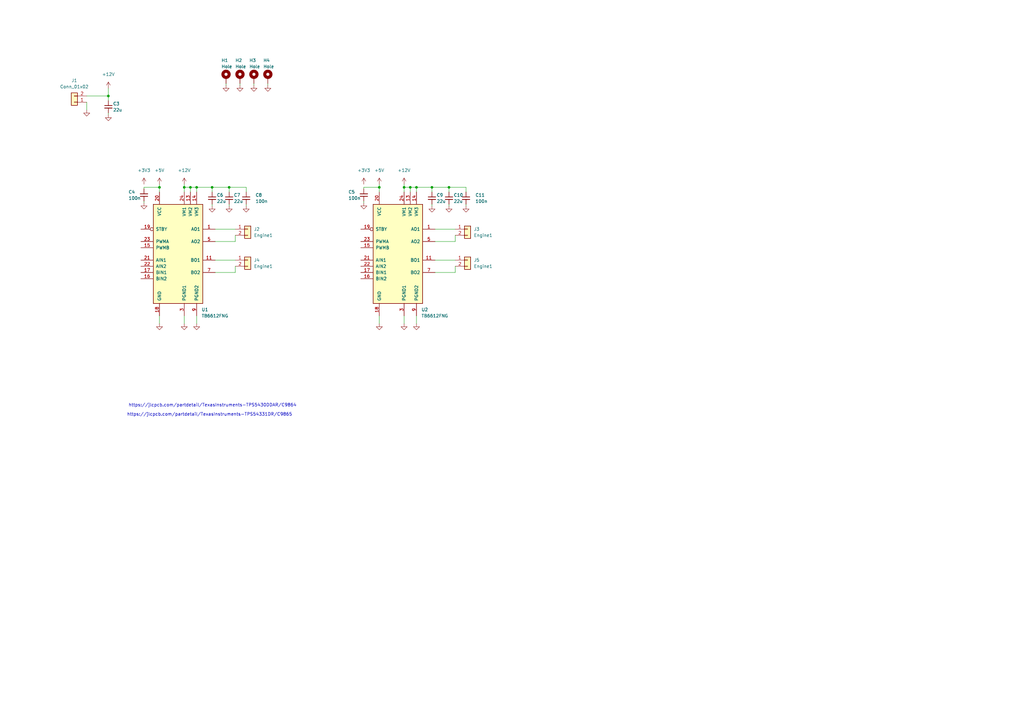
<source format=kicad_sch>
(kicad_sch (version 20211123) (generator eeschema)
  (paper "A3")
  (lib_symbols
    (symbol "Connector_Generic:Conn_01x02" (pin_names (offset 1.016) hide)
      (property "Reference" "J" (at 0 2.54 0))
      (property "Value" "Conn_01x02" (at 0 -5.08 0))
      (symbol "Conn_01x02_1_1"
        (rectangle (start -1.27 -2.413) (end 0 -2.667) (stroke (width 0.1524)))
        (rectangle (start -1.27 0.127) (end 0 -0.127) (stroke (width 0.1524)))
        (rectangle (start -1.27 1.27) (end 1.27 -3.81) (stroke (width 0.254)) (fill (type background)))
        (pin passive line (at -5.08 0 0) (length 3.81) (name "Pin_1") (number "1"))
        (pin passive line (at -5.08 -2.54 0) (length 3.81) (name "Pin_2") (number "2"))
      )
    )
    (symbol "Device:C_Small" (pin_numbers hide) (pin_names (offset 0.254) hide)
      (property "Reference" "C" (at 0.254 1.778 0))
      (property "Value" "C_Small" (at 0.254 -2.032 0))
      (symbol "C_Small_0_1"
        (polyline (pts (xy -1.524 -0.508) (xy 1.524 -0.508)) (stroke (width 0.3302)))
        (polyline (pts (xy -1.524 0.508) (xy 1.524 0.508)) (stroke (width 0.3048)))
      )
      (symbol "C_Small_1_1"
        (pin passive line (at 0 2.54 270) (length 2.032) (name "~") (number "1"))
        (pin passive line (at 0 -2.54 90) (length 2.032) (name "~") (number "2"))
      )
    )
    (symbol "Device:R_Small" (pin_numbers hide) (pin_names (offset 0.254) hide)
      (property "Reference" "R" (at 0.762 0.508 0))
      (property "Value" "R_Small" (at 0.762 -1.016 0))
      (symbol "R_Small_0_1"
        (rectangle (start -0.762 1.778) (end 0.762 -1.778) (stroke (width 0.2032)))
      )
      (symbol "R_Small_1_1"
        (pin passive line (at 0 2.54 270) (length 0.762) (name "~") (number "1"))
        (pin passive line (at 0 -2.54 90) (length 0.762) (name "~") (number "2"))
      )
    )
    (symbol "Driver_Motor:TB6612FNG" (pin_names (offset 1.016))
      (property "Reference" "U" (at 11.43 17.78 0))
      (property "Value" "TB6612FNG" (at 11.43 15.24 0))
      (symbol "TB6612FNG_0_1"
        (rectangle (start -10.16 20.32) (end 10.16 -20.32) (stroke (width 0.254)) (fill (type background)))
      )
      (symbol "TB6612FNG_1_1"
        (pin output line (at 15.24 10.16 180) (length 5.08) (name "AO1") (number "1"))
        (pin passive line (at 7.62 -25.4 90) (length 5.08) hide (name "PGND2") (number "10"))
        (pin output line (at 15.24 -2.54 180) (length 5.08) (name "BO1") (number "11"))
        (pin passive line (at 15.24 -2.54 180) (length 5.08) hide (name "BO1") (number "12"))
        (pin power_in line (at 5.08 25.4 270) (length 5.08) (name "VM2") (number "13"))
        (pin power_in line (at 7.62 25.4 270) (length 5.08) (name "VM3") (number "14"))
        (pin input line (at -15.24 2.54 0) (length 5.08) (name "PWMB") (number "15"))
        (pin input line (at -15.24 -10.16 0) (length 5.08) (name "BIN2") (number "16"))
        (pin input line (at -15.24 -7.62 0) (length 5.08) (name "BIN1") (number "17"))
        (pin power_in line (at -7.62 -25.4 90) (length 5.08) (name "GND") (number "18"))
        (pin input inverted (at -15.24 10.16 0) (length 5.08) (name "STBY") (number "19"))
        (pin passive line (at 15.24 10.16 180) (length 5.08) hide (name "AO1") (number "2"))
        (pin power_in line (at -7.62 25.4 270) (length 5.08) (name "VCC") (number "20"))
        (pin input line (at -15.24 -2.54 0) (length 5.08) (name "AIN1") (number "21"))
        (pin input line (at -15.24 -5.08 0) (length 5.08) (name "AIN2") (number "22"))
        (pin input line (at -15.24 5.08 0) (length 5.08) (name "PWMA") (number "23"))
        (pin power_in line (at 2.54 25.4 270) (length 5.08) (name "VM1") (number "24"))
        (pin power_in line (at 2.54 -25.4 90) (length 5.08) (name "PGND1") (number "3"))
        (pin passive line (at 2.54 -25.4 90) (length 5.08) hide (name "PGND1") (number "4"))
        (pin output line (at 15.24 5.08 180) (length 5.08) (name "AO2") (number "5"))
        (pin passive line (at 15.24 5.08 180) (length 5.08) hide (name "AO2") (number "6"))
        (pin output line (at 15.24 -7.62 180) (length 5.08) (name "BO2") (number "7"))
        (pin passive line (at 15.24 -7.62 180) (length 5.08) hide (name "BO2") (number "8"))
        (pin power_in line (at 7.62 -25.4 90) (length 5.08) (name "PGND2") (number "9"))
      )
    )
    (symbol "Mechanical:MountingHole_Pad" (pin_numbers hide) (pin_names (offset 1.016) hide)
      (property "Reference" "H" (at 0 6.35 0))
      (property "Value" "MountingHole_Pad" (at 0 4.445 0))
      (symbol "MountingHole_Pad_0_1"
        (circle (center 0 1.27) (radius 1.27) (stroke (width 1.27)))
      )
      (symbol "MountingHole_Pad_1_1"
        (pin input line (at 0 -2.54 90) (length 2.54) (name "1") (number "1"))
      )
    )
    (symbol "power:+12V" (power) (pin_names (offset 0))
      (property "Value" "+12V" (at 0 3.556 0))
      (symbol "+12V_0_1"
        (polyline (pts (xy -0.762 1.27) (xy 0 2.54)))
        (polyline (pts (xy 0 0) (xy 0 2.54)))
        (polyline (pts (xy 0 2.54) (xy 0.762 1.27)))
      )
      (symbol "+12V_1_1"
        (pin power_in line (at 0 0 90) (length 0) hide (name "+12V") (number "1"))
      )
    )
    (symbol "power:+3V3" (power) (pin_names (offset 0))
      (property "Value" "+3V3" (at 0 3.556 0))
      (symbol "+3V3_0_1"
        (polyline (pts (xy -0.762 1.27) (xy 0 2.54)))
        (polyline (pts (xy 0 0) (xy 0 2.54)))
        (polyline (pts (xy 0 2.54) (xy 0.762 1.27)))
      )
      (symbol "+3V3_1_1"
        (pin power_in line (at 0 0 90) (length 0) hide (name "+3V3") (number "1"))
      )
    )
    (symbol "power:+5V" (power) (pin_names (offset 0))
      (property "Value" "+5V" (at 0 3.556 0))
      (symbol "+5V_0_1"
        (polyline (pts (xy -0.762 1.27) (xy 0 2.54)))
        (polyline (pts (xy 0 0) (xy 0 2.54)))
        (polyline (pts (xy 0 2.54) (xy 0.762 1.27)))
      )
      (symbol "+5V_1_1"
        (pin power_in line (at 0 0 90) (length 0) hide (name "+5V") (number "1"))
      )
    )
    (symbol "power:GND" (power) (pin_names (offset 0))
      (property "Value" "GND" (at 0 -3.81 0))
      (symbol "GND_0_1"
        (polyline (pts (xy 0 0) (xy 0 -1.27) (xy 1.27 -1.27) (xy 0 -2.54) (xy -1.27 -1.27) (xy 0 -1.27)))
      )
      (symbol "GND_1_1"
        (pin power_in line (at 0 0 270) (length 0) hide (name "GND") (number "1"))
      )
    )
  )
  (junction (at 75.565 76.835))
  (junction (at 165.735 76.835))
  (junction (at 80.645 76.835))
  (junction (at 65.405 76.835))
  (junction (at 170.815 76.835))
  (junction (at 155.575 76.835))
  (junction (at 86.995 76.835))
  (junction (at 78.105 76.835))
  (junction (at 177.165 76.835))
  (junction (at 93.98 76.835))
  (junction (at 44.45 39.37))
  (junction (at 168.275 76.835))
  (junction (at 184.15 76.835))
  (wire (pts (xy 88.265 93.98) (xy 96.52 93.98)))
  (wire (pts (xy 93.98 76.835) (xy 100.965 76.835)))
  (wire (pts (xy 78.105 76.835) (xy 75.565 76.835)))
  (wire (pts (xy 80.645 78.74) (xy 80.645 76.835)))
  (wire (pts (xy 155.575 76.835) (xy 155.575 78.74)))
  (wire (pts (xy 184.15 83.82) (xy 184.15 84.455)))
  (wire (pts (xy 86.995 76.835) (xy 93.98 76.835)))
  (wire (pts (xy 59.055 76.835) (xy 65.405 76.835)))
  (wire (pts (xy 178.435 93.98) (xy 186.69 93.98)))
  (wire (pts (xy 93.98 78.74) (xy 93.98 76.835)))
  (wire (pts (xy 65.405 75.565) (xy 65.405 76.835)))
  (wire (pts (xy 88.265 106.68) (xy 96.52 106.68)))
  (wire (pts (xy 75.565 129.54) (xy 75.565 132.715)))
  (wire (pts (xy 35.56 41.91) (xy 35.56 45.085)))
  (wire (pts (xy 92.71 34.29) (xy 92.71 34.925)))
  (wire (pts (xy 186.69 96.52) (xy 186.69 99.06)))
  (wire (pts (xy 44.45 46.355) (xy 44.45 46.99)))
  (wire (pts (xy 168.275 76.835) (xy 165.735 76.835)))
  (wire (pts (xy 184.15 76.835) (xy 191.135 76.835)))
  (wire (pts (xy 109.855 34.29) (xy 109.855 34.925)))
  (wire (pts (xy 78.105 76.835) (xy 78.105 78.74)))
  (wire (pts (xy 86.995 76.835) (xy 86.995 78.74)))
  (wire (pts (xy 186.69 99.06) (xy 178.435 99.06)))
  (wire (pts (xy 177.165 83.82) (xy 177.165 84.455)))
  (wire (pts (xy 184.15 78.74) (xy 184.15 76.835)))
  (wire (pts (xy 149.225 76.835) (xy 155.575 76.835)))
  (wire (pts (xy 165.735 75.565) (xy 165.735 76.835)))
  (wire (pts (xy 177.165 76.835) (xy 184.15 76.835)))
  (wire (pts (xy 100.965 83.82) (xy 100.965 84.455)))
  (wire (pts (xy 96.52 109.22) (xy 96.52 111.76)))
  (wire (pts (xy 170.815 78.74) (xy 170.815 76.835)))
  (wire (pts (xy 104.14 34.29) (xy 104.14 34.925)))
  (wire (pts (xy 149.225 82.55) (xy 149.225 83.185)))
  (wire (pts (xy 59.055 77.47) (xy 59.055 76.835)))
  (wire (pts (xy 186.69 109.22) (xy 186.69 111.76)))
  (wire (pts (xy 78.105 76.835) (xy 80.645 76.835)))
  (wire (pts (xy 168.275 76.835) (xy 168.275 78.74)))
  (wire (pts (xy 178.435 106.68) (xy 186.69 106.68)))
  (wire (pts (xy 177.165 76.835) (xy 177.165 78.74)))
  (wire (pts (xy 149.225 77.47) (xy 149.225 76.835)))
  (wire (pts (xy 96.52 111.76) (xy 88.265 111.76)))
  (wire (pts (xy 191.135 83.82) (xy 191.135 84.455)))
  (wire (pts (xy 191.135 78.74) (xy 191.135 76.835)))
  (wire (pts (xy 80.645 76.835) (xy 86.995 76.835)))
  (wire (pts (xy 59.055 82.55) (xy 59.055 83.185)))
  (wire (pts (xy 44.45 36.195) (xy 44.45 39.37)))
  (wire (pts (xy 65.405 129.54) (xy 65.405 132.715)))
  (wire (pts (xy 170.815 129.54) (xy 170.815 132.715)))
  (wire (pts (xy 165.735 129.54) (xy 165.735 132.715)))
  (wire (pts (xy 35.56 39.37) (xy 44.45 39.37)))
  (wire (pts (xy 96.52 99.06) (xy 88.265 99.06)))
  (wire (pts (xy 86.995 83.82) (xy 86.995 84.455)))
  (wire (pts (xy 98.425 34.29) (xy 98.425 34.925)))
  (wire (pts (xy 75.565 75.565) (xy 75.565 76.835)))
  (wire (pts (xy 165.735 76.835) (xy 165.735 78.74)))
  (wire (pts (xy 75.565 76.835) (xy 75.565 78.74)))
  (wire (pts (xy 96.52 96.52) (xy 96.52 99.06)))
  (wire (pts (xy 155.575 75.565) (xy 155.575 76.835)))
  (wire (pts (xy 65.405 76.835) (xy 65.405 78.74)))
  (wire (pts (xy 168.275 76.835) (xy 170.815 76.835)))
  (wire (pts (xy 44.45 39.37) (xy 44.45 41.275)))
  (wire (pts (xy 186.69 111.76) (xy 178.435 111.76)))
  (wire (pts (xy 93.98 83.82) (xy 93.98 84.455)))
  (wire (pts (xy 80.645 129.54) (xy 80.645 132.715)))
  (wire (pts (xy 155.575 129.54) (xy 155.575 132.715)))
  (wire (pts (xy 100.965 78.74) (xy 100.965 76.835)))
  (wire (pts (xy 170.815 76.835) (xy 177.165 76.835)))
  (text "https://jlcpcb.com/partdetail/TexasInstruments-TPS5430DDAR/C9864" (at 52.705 167.005 0) (effects (font (size 1.27 1.27)) (justify left bottom)))
  (text "https://jlcpcb.com/partdetail/TexasInstruments-TPS54331DR/C9865" (at 52.07 170.815 0) (effects (font (size 1.27 1.27)) (justify left bottom)))
  (symbol (lib_id "power:GND") (at 80.645 132.715 0) (unit 1)
    (property "Reference" "#PWR024" (effects hide))
    (property "Value" "GND" (effects hide))
  )
  (symbol (lib_id "power:GND") (at 98.425 34.925 0) (unit 1)
    (property "Reference" "#PWR02" (effects hide))
    (property "Value" "GND" (effects hide))
  )
  (symbol (lib_id "Device:R_Small") (at -29.21 20.32 0) (unit 1)
    (property "Reference" "R1" (at -25.4 19.0499 0) (effects (justify left)))
    (property "Value" "R_Small" (at -25.4 21.5899 0) (effects (justify left)))
  )
  (symbol (lib_id "Device:C_Small") (at 93.98 81.28 0) (unit 1)
    (property "Reference" "C7" (at 95.885 80.01 0) (effects (justify left)))
    (property "Value" "22u" (at 95.885 82.55 0) (effects (justify left)))
    (property "Footprint" "Capacitor_SMD:C_0805_2012Metric" (effects hide))
    (property "Datasheet" "https://jlcpcb.com/partdetail/46786-CL21A226MAQNNNE/C45783" (effects hide))
    (property "LCSC" "C45783" (effects hide))
  )
  (symbol (lib_id "Device:C_Small") (at -15.24 19.685 0) (unit 1)
    (property "Reference" "C1" (at -11.43 18.4212 0) (effects (justify left)))
    (property "Value" "C_Small" (at -11.43 20.9612 0) (effects (justify left)))
  )
  (symbol (lib_id "power:+12V") (at 165.735 75.565 0) (unit 1)
    (property "Reference" "#PWR013" (effects hide))
    (property "Value" "+12V" (at 165.735 69.85 0))
  )
  (symbol (lib_id "Driver_Motor:TB6612FNG") (at 163.195 104.14 0) (unit 1)
    (property "Reference" "U2" (at 172.8344 127 0) (effects (justify left)))
    (property "Value" "TB6612FNG" (at 172.8344 129.54 0) (effects (justify left)))
    (property "Footprint" "Package_SO:SSOP-24_5.3x8.2mm_P0.65mm" (effects hide))
    (property "Datasheet" "https://toshiba.semicon-storage.com/us/product/linear/motordriver/detail.TB6612FNG.html" (effects hide))
    (property "LCSC" "C88224" (effects hide))
  )
  (symbol (lib_id "Mechanical:MountingHole_Pad") (at 98.425 31.75 0) (unit 1) (in_bom no)
    (property "Reference" "H2" (at 96.52 24.765 0) (effects (justify left)))
    (property "Value" "Hole" (at 96.52 27.305 0) (effects (justify left)))
    (property "Footprint" "MountingHole:MountingHole_4.3mm_M4_DIN965_Pad_TopBottom" (effects hide))
  )
  (symbol (lib_id "Device:C_Small") (at 191.135 81.28 0) (unit 1)
    (property "Reference" "C11" (at 194.945 80.0162 0) (effects (justify left)))
    (property "Value" "100n" (at 194.945 82.5562 0) (effects (justify left)))
    (property "Footprint" "Capacitor_SMD:C_0603_1608Metric" (effects hide))
    (property "Datasheet" "https://jlcpcb.com/partdetail/Yageo-CC0603KRX7R9BB104/C14663" (effects hide))
    (property "LCSC" "C14663" (effects hide))
  )
  (symbol (lib_id "power:GND") (at 86.995 84.455 0) (unit 1)
    (property "Reference" "#PWR016" (effects hide))
    (property "Value" "GND" (effects hide))
  )
  (symbol (lib_id "Connector_Generic:Conn_01x02") (at 191.77 106.68 0) (unit 1)
    (property "Reference" "J5" (at 194.31 106.6799 0) (effects (justify left)))
    (property "Value" "Engine1" (at 194.31 109.2199 0) (effects (justify left)))
  )
  (symbol (lib_id "Device:C_Small") (at 149.225 80.01 180) (unit 1)
    (property "Reference" "C5" (at 142.875 78.74 0) (effects (justify right)))
    (property "Value" "100n" (at 142.875 81.28 0) (effects (justify right)))
    (property "Footprint" "Capacitor_SMD:C_0603_1608Metric" (effects hide))
    (property "Datasheet" "https://jlcpcb.com/partdetail/Yageo-CC0603KRX7R9BB104/C14663" (effects hide))
    (property "LCSC" "C14663" (effects hide))
  )
  (symbol (lib_id "power:GND") (at 35.56 45.085 0) (unit 1)
    (property "Reference" "#PWR06" (effects hide))
    (property "Value" "GND" (effects hide))
  )
  (symbol (lib_id "power:GND") (at 75.565 132.715 0) (unit 1)
    (property "Reference" "#PWR023" (effects hide))
    (property "Value" "GND" (effects hide))
  )
  (symbol (lib_id "power:GND") (at 100.965 84.455 0) (unit 1)
    (property "Reference" "#PWR018" (effects hide))
    (property "Value" "GND" (effects hide))
  )
  (symbol (lib_id "power:GND") (at 165.735 132.715 0) (unit 1)
    (property "Reference" "#PWR026" (effects hide))
    (property "Value" "GND" (effects hide))
  )
  (symbol (lib_id "power:GND") (at 149.225 83.185 0) (unit 1)
    (property "Reference" "#PWR015" (effects hide))
    (property "Value" "GND" (effects hide))
  )
  (symbol (lib_id "power:GND") (at 177.165 84.455 0) (unit 1)
    (property "Reference" "#PWR019" (effects hide))
    (property "Value" "GND" (effects hide))
  )
  (symbol (lib_id "power:GND") (at 44.45 46.99 0) (unit 1)
    (property "Reference" "#PWR07" (effects hide))
    (property "Value" "GND" (effects hide))
  )
  (symbol (lib_id "power:+3V3") (at 59.055 75.565 0) (unit 1)
    (property "Reference" "#PWR08" (effects hide))
    (property "Value" "+3V3" (at 59.055 69.85 0))
  )
  (symbol (lib_id "Driver_Motor:TB6612FNG") (at 73.025 104.14 0) (unit 1)
    (property "Reference" "U1" (at 82.6644 127 0) (effects (justify left)))
    (property "Value" "TB6612FNG" (at 82.6644 129.54 0) (effects (justify left)))
    (property "Footprint" "Package_SO:SSOP-24_5.3x8.2mm_P0.65mm" (effects hide))
    (property "Datasheet" "https://toshiba.semicon-storage.com/us/product/linear/motordriver/detail.TB6612FNG.html" (effects hide))
    (property "LCSC" "C88224" (effects hide))
  )
  (symbol (lib_id "power:GND") (at 184.15 84.455 0) (unit 1)
    (property "Reference" "#PWR020" (effects hide))
    (property "Value" "GND" (effects hide))
  )
  (symbol (lib_id "power:GND") (at 104.14 34.925 0) (unit 1)
    (property "Reference" "#PWR03" (effects hide))
    (property "Value" "GND" (effects hide))
  )
  (symbol (lib_id "Device:C_Small") (at 59.055 80.01 180) (unit 1)
    (property "Reference" "C4" (at 52.705 78.74 0) (effects (justify right)))
    (property "Value" "100n" (at 52.705 81.28 0) (effects (justify right)))
    (property "Footprint" "Capacitor_SMD:C_0603_1608Metric" (effects hide))
    (property "Datasheet" "https://jlcpcb.com/partdetail/Yageo-CC0603KRX7R9BB104/C14663" (effects hide))
    (property "LCSC" "C14663" (effects hide))
  )
  (symbol (lib_id "Connector_Generic:Conn_01x02") (at 191.77 93.98 0) (unit 1)
    (property "Reference" "J3" (at 194.31 93.9799 0) (effects (justify left)))
    (property "Value" "Engine1" (at 194.31 96.5199 0) (effects (justify left)))
  )
  (symbol (lib_id "power:GND") (at 92.71 34.925 0) (unit 1)
    (property "Reference" "#PWR01" (effects hide))
    (property "Value" "GND" (effects hide))
  )
  (symbol (lib_id "power:GND") (at 170.815 132.715 0) (unit 1)
    (property "Reference" "#PWR027" (effects hide))
    (property "Value" "GND" (effects hide))
  )
  (symbol (lib_id "Device:C_Small") (at -14.605 32.385 0) (unit 1)
    (property "Reference" "C2" (at -10.795 31.1212 0) (effects (justify left)))
    (property "Value" "100n" (at -10.795 33.6612 0) (effects (justify left)))
    (property "Footprint" "Capacitor_SMD:C_0603_1608Metric" (effects hide))
    (property "Datasheet" "https://jlcpcb.com/partdetail/Yageo-CC0603KRX7R9BB104/C14663" (effects hide))
    (property "LCSC" "C14663" (effects hide))
  )
  (symbol (lib_id "Mechanical:MountingHole_Pad") (at 104.14 31.75 0) (unit 1) (in_bom no)
    (property "Reference" "H3" (at 102.235 24.765 0) (effects (justify left)))
    (property "Value" "Hole" (at 102.235 27.305 0) (effects (justify left)))
    (property "Footprint" "MountingHole:MountingHole_4.3mm_M4_DIN965_Pad_TopBottom" (effects hide))
  )
  (symbol (lib_id "power:GND") (at 191.135 84.455 0) (unit 1)
    (property "Reference" "#PWR021" (effects hide))
    (property "Value" "GND" (effects hide))
  )
  (symbol (lib_id "Device:C_Small") (at 100.965 81.28 0) (unit 1)
    (property "Reference" "C8" (at 104.775 80.0162 0) (effects (justify left)))
    (property "Value" "100n" (at 104.775 82.5562 0) (effects (justify left)))
    (property "Footprint" "Capacitor_SMD:C_0603_1608Metric" (effects hide))
    (property "Datasheet" "https://jlcpcb.com/partdetail/Yageo-CC0603KRX7R9BB104/C14663" (effects hide))
    (property "LCSC" "C14663" (effects hide))
  )
  (symbol (lib_id "power:GND") (at 93.98 84.455 0) (unit 1)
    (property "Reference" "#PWR017" (effects hide))
    (property "Value" "GND" (effects hide))
  )
  (symbol (lib_id "power:GND") (at 65.405 132.715 0) (unit 1)
    (property "Reference" "#PWR022" (effects hide))
    (property "Value" "GND" (effects hide))
  )
  (symbol (lib_id "power:+12V") (at 44.45 36.195 0) (unit 1)
    (property "Reference" "#PWR05" (effects hide))
    (property "Value" "+12V" (at 44.45 30.48 0))
  )
  (symbol (lib_id "power:+12V") (at 75.565 75.565 0) (unit 1)
    (property "Reference" "#PWR010" (effects hide))
    (property "Value" "+12V" (at 75.565 69.85 0))
  )
  (symbol (lib_id "Device:C_Small") (at 86.995 81.28 0) (unit 1)
    (property "Reference" "C6" (at 88.9 80.01 0) (effects (justify left)))
    (property "Value" "22u" (at 88.9 82.55 0) (effects (justify left)))
    (property "Footprint" "Capacitor_SMD:C_0805_2012Metric" (effects hide))
    (property "Datasheet" "https://jlcpcb.com/partdetail/46786-CL21A226MAQNNNE/C45783" (effects hide))
    (property "LCSC" "C45783" (effects hide))
  )
  (symbol (lib_id "Device:C_Small") (at 44.45 43.815 0) (unit 1)
    (property "Reference" "C3" (at 46.355 42.545 0) (effects (justify left)))
    (property "Value" "22u" (at 46.355 45.085 0) (effects (justify left)))
    (property "Footprint" "Capacitor_SMD:C_0805_2012Metric" (effects hide))
    (property "Datasheet" "https://jlcpcb.com/partdetail/46786-CL21A226MAQNNNE/C45783" (effects hide))
    (property "LCSC" "C45783" (effects hide))
  )
  (symbol (lib_id "power:+3V3") (at 149.225 75.565 0) (unit 1)
    (property "Reference" "#PWR011" (effects hide))
    (property "Value" "+3V3" (at 149.225 69.85 0))
  )
  (symbol (lib_id "Mechanical:MountingHole_Pad") (at 92.71 31.75 0) (unit 1) (in_bom no)
    (property "Reference" "H1" (at 90.805 24.765 0) (effects (justify left)))
    (property "Value" "Hole" (at 90.805 27.305 0) (effects (justify left)))
    (property "Footprint" "MountingHole:MountingHole_4.3mm_M4_DIN965_Pad_TopBottom" (effects hide))
  )
  (symbol (lib_id "power:+5V") (at 65.405 75.565 0) (unit 1)
    (property "Reference" "#PWR09" (effects hide))
    (property "Value" "+5V" (at 65.405 69.85 0))
  )
  (symbol (lib_id "power:+5V") (at 155.575 75.565 0) (unit 1)
    (property "Reference" "#PWR012" (effects hide))
    (property "Value" "+5V" (at 155.575 69.85 0))
  )
  (symbol (lib_id "Device:C_Small") (at 184.15 81.28 0) (unit 1)
    (property "Reference" "C10" (at 186.055 80.01 0) (effects (justify left)))
    (property "Value" "22u" (at 186.055 82.55 0) (effects (justify left)))
    (property "Footprint" "Capacitor_SMD:C_0805_2012Metric" (effects hide))
    (property "Datasheet" "https://jlcpcb.com/partdetail/46786-CL21A226MAQNNNE/C45783" (effects hide))
    (property "LCSC" "C45783" (effects hide))
  )
  (symbol (lib_id "Connector_Generic:Conn_01x02") (at 101.6 93.98 0) (unit 1)
    (property "Reference" "J2" (at 104.14 93.9799 0) (effects (justify left)))
    (property "Value" "Engine1" (at 104.14 96.5199 0) (effects (justify left)))
  )
  (symbol (lib_id "power:GND") (at 109.855 34.925 0) (unit 1)
    (property "Reference" "#PWR04" (effects hide))
    (property "Value" "GND" (effects hide))
  )
  (symbol (lib_id "Mechanical:MountingHole_Pad") (at 109.855 31.75 0) (unit 1) (in_bom no)
    (property "Reference" "H4" (at 107.95 24.765 0) (effects (justify left)))
    (property "Value" "Hole" (at 107.95 27.305 0) (effects (justify left)))
    (property "Footprint" "MountingHole:MountingHole_4.3mm_M4_DIN965_Pad_TopBottom" (effects hide))
  )
  (symbol (lib_id "Connector_Generic:Conn_01x02") (at 101.6 106.68 0) (unit 1)
    (property "Reference" "J4" (at 104.14 106.6799 0) (effects (justify left)))
    (property "Value" "Engine1" (at 104.14 109.2199 0) (effects (justify left)))
  )
  (symbol (lib_id "power:GND") (at 155.575 132.715 0) (unit 1)
    (property "Reference" "#PWR025" (effects hide))
    (property "Value" "GND" (effects hide))
  )
  (symbol (lib_id "Device:C_Small") (at 177.165 81.28 0) (unit 1)
    (property "Reference" "C9" (at 179.07 80.01 0) (effects (justify left)))
    (property "Value" "22u" (at 179.07 82.55 0) (effects (justify left)))
    (property "Footprint" "Capacitor_SMD:C_0805_2012Metric" (effects hide))
    (property "Datasheet" "https://jlcpcb.com/partdetail/46786-CL21A226MAQNNNE/C45783" (effects hide))
    (property "LCSC" "C45783" (effects hide))
  )
  (symbol (lib_id "power:GND") (at 59.055 83.185 0) (unit 1)
    (property "Reference" "#PWR014" (effects hide))
    (property "Value" "GND" (effects hide))
  )
  (symbol (lib_id "Connector_Generic:Conn_01x02") (at 30.48 41.91 180) (unit 1)
    (property "Reference" "J1" (at 30.48 33.02 0))
    (property "Value" "Conn_01x02" (at 30.48 35.56 0))
  )
)
</source>
